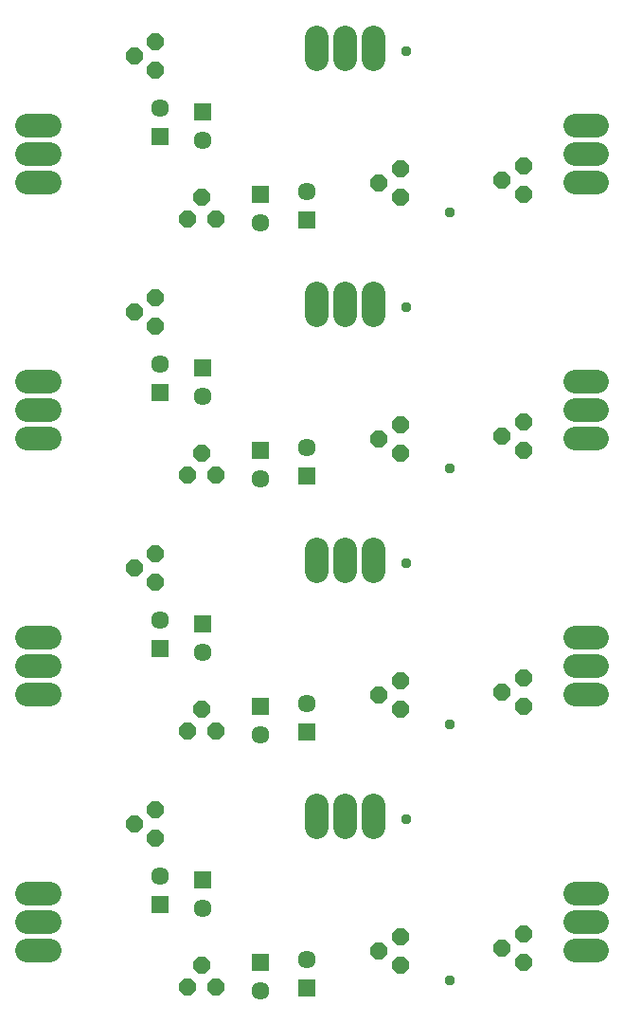
<source format=gbr>
G04 EAGLE Gerber X2 export*
%TF.Part,Single*%
%TF.FileFunction,Soldermask,Bot,1*%
%TF.FilePolarity,Positive*%
%TF.GenerationSoftware,Autodesk,EAGLE,9.2.2*%
%TF.CreationDate,2019-06-08T20:53:53Z*%
G75*
%MOMM*%
%FSLAX34Y34*%
%LPD*%
%INSoldermask Bottom*%
%AMOC8*
5,1,8,0,0,1.08239X$1,22.5*%
G01*
%ADD10C,1.611200*%
%ADD11R,1.611200X1.611200*%
%ADD12C,2.159000*%
%ADD13P,1.649562X8X112.500000*%
%ADD14P,1.649562X8X22.500000*%
%ADD15C,0.959600*%


D10*
X298615Y717146D03*
D11*
X298615Y742546D03*
D10*
X339472Y744487D03*
D11*
X339472Y719087D03*
D12*
X579642Y804522D02*
X599200Y804522D01*
X599200Y779122D02*
X579642Y779122D01*
X579642Y753722D02*
X599200Y753722D01*
X109200Y804522D02*
X89642Y804522D01*
X89642Y779122D02*
X109200Y779122D01*
X109200Y753722D02*
X89642Y753722D01*
X348621Y863661D02*
X348621Y883219D01*
X374021Y883219D02*
X374021Y863661D01*
X399421Y863661D02*
X399421Y883219D01*
D13*
X533395Y767642D03*
X514345Y754942D03*
X533395Y742242D03*
D14*
X258461Y720337D03*
X245761Y739387D03*
X233061Y720337D03*
D13*
X204440Y878962D03*
X185390Y866262D03*
X204440Y853562D03*
X423322Y765234D03*
X404272Y752534D03*
X423322Y739834D03*
D10*
X246973Y790621D03*
D11*
X246973Y816021D03*
D10*
X208486Y819620D03*
D11*
X208486Y794220D03*
D10*
X298615Y488546D03*
D11*
X298615Y513946D03*
D10*
X339472Y515887D03*
D11*
X339472Y490487D03*
D12*
X579642Y575922D02*
X599200Y575922D01*
X599200Y550522D02*
X579642Y550522D01*
X579642Y525122D02*
X599200Y525122D01*
X109200Y575922D02*
X89642Y575922D01*
X89642Y550522D02*
X109200Y550522D01*
X109200Y525122D02*
X89642Y525122D01*
X348621Y635061D02*
X348621Y654619D01*
X374021Y654619D02*
X374021Y635061D01*
X399421Y635061D02*
X399421Y654619D01*
D13*
X533395Y539042D03*
X514345Y526342D03*
X533395Y513642D03*
D14*
X258461Y491737D03*
X245761Y510787D03*
X233061Y491737D03*
D13*
X204440Y650362D03*
X185390Y637662D03*
X204440Y624962D03*
X423322Y536634D03*
X404272Y523934D03*
X423322Y511234D03*
D10*
X246973Y562021D03*
D11*
X246973Y587421D03*
D10*
X208486Y591020D03*
D11*
X208486Y565620D03*
D10*
X298615Y259946D03*
D11*
X298615Y285346D03*
D10*
X339472Y287287D03*
D11*
X339472Y261887D03*
D12*
X579642Y347322D02*
X599200Y347322D01*
X599200Y321922D02*
X579642Y321922D01*
X579642Y296522D02*
X599200Y296522D01*
X109200Y347322D02*
X89642Y347322D01*
X89642Y321922D02*
X109200Y321922D01*
X109200Y296522D02*
X89642Y296522D01*
X348621Y406461D02*
X348621Y426019D01*
X374021Y426019D02*
X374021Y406461D01*
X399421Y406461D02*
X399421Y426019D01*
D13*
X533395Y310442D03*
X514345Y297742D03*
X533395Y285042D03*
D14*
X258461Y263137D03*
X245761Y282187D03*
X233061Y263137D03*
D13*
X204440Y421762D03*
X185390Y409062D03*
X204440Y396362D03*
X423322Y308034D03*
X404272Y295334D03*
X423322Y282634D03*
D10*
X246973Y333421D03*
D11*
X246973Y358821D03*
D10*
X208486Y362420D03*
D11*
X208486Y337020D03*
D10*
X298615Y31346D03*
D11*
X298615Y56746D03*
D10*
X339472Y58687D03*
D11*
X339472Y33287D03*
D12*
X579642Y118722D02*
X599200Y118722D01*
X599200Y93322D02*
X579642Y93322D01*
X579642Y67922D02*
X599200Y67922D01*
X109200Y118722D02*
X89642Y118722D01*
X89642Y93322D02*
X109200Y93322D01*
X109200Y67922D02*
X89642Y67922D01*
X348621Y177861D02*
X348621Y197419D01*
X374021Y197419D02*
X374021Y177861D01*
X399421Y177861D02*
X399421Y197419D01*
D13*
X533395Y81842D03*
X514345Y69142D03*
X533395Y56442D03*
D14*
X258461Y34537D03*
X245761Y53587D03*
X233061Y34537D03*
D13*
X204440Y193162D03*
X185390Y180462D03*
X204440Y167762D03*
X423322Y79434D03*
X404272Y66734D03*
X423322Y54034D03*
D10*
X246973Y104821D03*
D11*
X246973Y130221D03*
D10*
X208486Y133820D03*
D11*
X208486Y108420D03*
D15*
X428494Y870406D03*
X467868Y725932D03*
X428494Y641806D03*
X467868Y497332D03*
X428494Y413206D03*
X467868Y268732D03*
X428494Y184606D03*
X467868Y40132D03*
M02*

</source>
